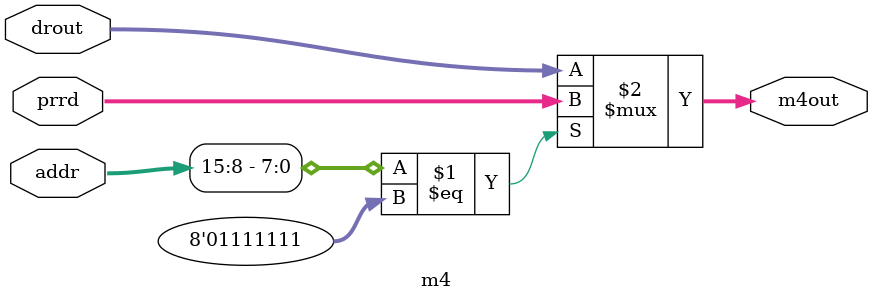
<source format=v>
module m4(drout, prrd, m4out, addr);
  input [31:0] drout, prrd, addr;
  output [31:0] m4out;
  
  assign m4out = (addr[15:8] == 8'h7f) ? prrd : drout;
endmodule

</source>
